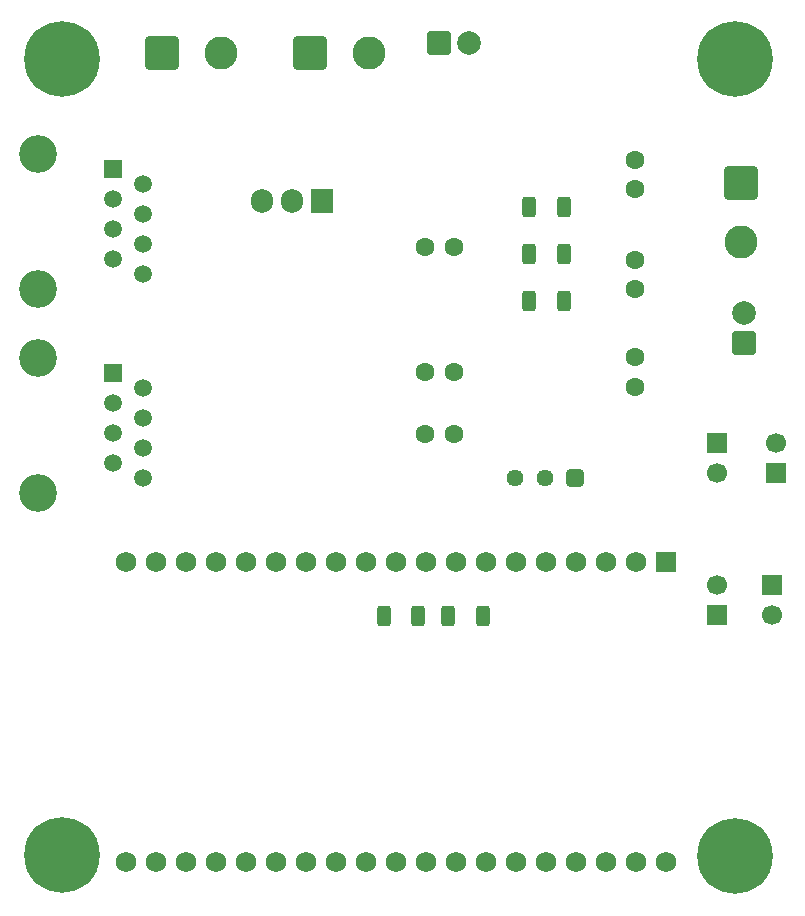
<source format=gbr>
%TF.GenerationSoftware,KiCad,Pcbnew,9.0.4*%
%TF.CreationDate,2025-10-29T20:45:07+01:00*%
%TF.ProjectId,Modu__Zaworu,4d6f6475-425f-45a6-9177-6f72752e6b69,rev?*%
%TF.SameCoordinates,Original*%
%TF.FileFunction,Soldermask,Bot*%
%TF.FilePolarity,Negative*%
%FSLAX46Y46*%
G04 Gerber Fmt 4.6, Leading zero omitted, Abs format (unit mm)*
G04 Created by KiCad (PCBNEW 9.0.4) date 2025-10-29 20:45:07*
%MOMM*%
%LPD*%
G01*
G04 APERTURE LIST*
G04 Aperture macros list*
%AMRoundRect*
0 Rectangle with rounded corners*
0 $1 Rounding radius*
0 $2 $3 $4 $5 $6 $7 $8 $9 X,Y pos of 4 corners*
0 Add a 4 corners polygon primitive as box body*
4,1,4,$2,$3,$4,$5,$6,$7,$8,$9,$2,$3,0*
0 Add four circle primitives for the rounded corners*
1,1,$1+$1,$2,$3*
1,1,$1+$1,$4,$5*
1,1,$1+$1,$6,$7*
1,1,$1+$1,$8,$9*
0 Add four rect primitives between the rounded corners*
20,1,$1+$1,$2,$3,$4,$5,0*
20,1,$1+$1,$4,$5,$6,$7,0*
20,1,$1+$1,$6,$7,$8,$9,0*
20,1,$1+$1,$8,$9,$2,$3,0*%
G04 Aperture macros list end*
%ADD10R,1.700000X1.700000*%
%ADD11C,1.700000*%
%ADD12RoundRect,0.250001X-1.149999X-1.149999X1.149999X-1.149999X1.149999X1.149999X-1.149999X1.149999X0*%
%ADD13C,2.800000*%
%ADD14R,1.905000X2.000000*%
%ADD15O,1.905000X2.000000*%
%ADD16C,0.800000*%
%ADD17C,6.400000*%
%ADD18C,1.600000*%
%ADD19RoundRect,0.102000X-0.765000X0.765000X-0.765000X-0.765000X0.765000X-0.765000X0.765000X0.765000X0*%
%ADD20C,1.734000*%
%ADD21RoundRect,0.250000X0.750000X-0.750000X0.750000X0.750000X-0.750000X0.750000X-0.750000X-0.750000X0*%
%ADD22C,2.000000*%
%ADD23C,3.200000*%
%ADD24R,1.500000X1.500000*%
%ADD25C,1.500000*%
%ADD26RoundRect,0.250000X-0.470000X0.470000X-0.470000X-0.470000X0.470000X-0.470000X0.470000X0.470000X0*%
%ADD27C,1.440000*%
%ADD28RoundRect,0.250000X-0.750000X-0.750000X0.750000X-0.750000X0.750000X0.750000X-0.750000X0.750000X0*%
%ADD29RoundRect,0.250001X-1.149999X1.149999X-1.149999X-1.149999X1.149999X-1.149999X1.149999X1.149999X0*%
%ADD30RoundRect,0.250000X-0.312500X-0.625000X0.312500X-0.625000X0.312500X0.625000X-0.312500X0.625000X0*%
%ADD31RoundRect,0.250000X0.312500X0.625000X-0.312500X0.625000X-0.312500X-0.625000X0.312500X-0.625000X0*%
G04 APERTURE END LIST*
D10*
%TO.C,J9*%
X233000000Y-94540000D03*
D11*
X233000000Y-92000000D03*
%TD*%
D12*
%TO.C,J1*%
X181000000Y-59000000D03*
D13*
X186000000Y-59000000D03*
%TD*%
D14*
%TO.C,U3*%
X194500000Y-71500000D03*
D15*
X191960000Y-71500000D03*
X189420000Y-71500000D03*
%TD*%
D10*
%TO.C,J8*%
X228000000Y-92000000D03*
D11*
X228000000Y-94540000D03*
%TD*%
D10*
%TO.C,J10*%
X228000000Y-106540000D03*
D11*
X228000000Y-104000000D03*
%TD*%
D16*
%TO.C,REF\u002A\u002A*%
X170100000Y-59500000D03*
X170802944Y-57802944D03*
X170802944Y-61197056D03*
X172500000Y-57100000D03*
D17*
X172500000Y-59500000D03*
D16*
X172500000Y-61900000D03*
X174197056Y-57802944D03*
X174197056Y-61197056D03*
X174900000Y-59500000D03*
%TD*%
D18*
%TO.C,C2*%
X221000000Y-70500000D03*
X221000000Y-68000000D03*
%TD*%
D19*
%TO.C,U6*%
X223700000Y-102072500D03*
D20*
X221160000Y-102072500D03*
X218620000Y-102072500D03*
X216080000Y-102072500D03*
X213540000Y-102072500D03*
X211000000Y-102072500D03*
X208460000Y-102072500D03*
X205920000Y-102072500D03*
X203380000Y-102072500D03*
X200840000Y-102072500D03*
X198300000Y-102072500D03*
X195760000Y-102072500D03*
X193220000Y-102072500D03*
X190680000Y-102072500D03*
X188140000Y-102072500D03*
X185600000Y-102072500D03*
X183060000Y-102072500D03*
X180520000Y-102072500D03*
X177980000Y-102072500D03*
X177980000Y-127472500D03*
X180520000Y-127472500D03*
X183060000Y-127472500D03*
X185600000Y-127472500D03*
X188140000Y-127472500D03*
X190680000Y-127472500D03*
X193220000Y-127472500D03*
X195760000Y-127472500D03*
X198300000Y-127472500D03*
X200840000Y-127472500D03*
X203380000Y-127472500D03*
X205920000Y-127472500D03*
X208460000Y-127472500D03*
X211000000Y-127472500D03*
X213540000Y-127472500D03*
X216080000Y-127472500D03*
X218620000Y-127472500D03*
X221160000Y-127472500D03*
X223700000Y-127472500D03*
%TD*%
D21*
%TO.C,J5*%
X230250000Y-83540000D03*
D22*
X230250000Y-81000000D03*
%TD*%
D18*
%TO.C,C3*%
X205730000Y-75422000D03*
X203230000Y-75422000D03*
%TD*%
D23*
%TO.C,J7*%
X170500000Y-84800000D03*
X170500000Y-96230000D03*
D24*
X176850000Y-86070000D03*
D25*
X179390000Y-87340000D03*
X176850000Y-88610000D03*
X179390000Y-89880000D03*
X176850000Y-91150000D03*
X179390000Y-92420000D03*
X176850000Y-93690000D03*
X179390000Y-94960000D03*
%TD*%
D16*
%TO.C,REF\u002A\u002A*%
X227100000Y-59500000D03*
X227802944Y-57802944D03*
X227802944Y-61197056D03*
X229500000Y-57100000D03*
D17*
X229500000Y-59500000D03*
D16*
X229500000Y-61900000D03*
X231197056Y-57802944D03*
X231197056Y-61197056D03*
X231900000Y-59500000D03*
%TD*%
D26*
%TO.C,RV1*%
X216000000Y-95000000D03*
D27*
X213460000Y-95000000D03*
X210920000Y-95000000D03*
%TD*%
D12*
%TO.C,J2*%
X193500000Y-59000000D03*
D13*
X198500000Y-59000000D03*
%TD*%
D18*
%TO.C,C6*%
X221000000Y-84750000D03*
X221000000Y-87250000D03*
%TD*%
D16*
%TO.C,REF\u002A\u002A*%
X170100000Y-126900000D03*
X170802944Y-125202944D03*
X170802944Y-128597056D03*
X172500000Y-124500000D03*
D17*
X172500000Y-126900000D03*
D16*
X172500000Y-129300000D03*
X174197056Y-125202944D03*
X174197056Y-128597056D03*
X174900000Y-126900000D03*
%TD*%
D28*
%TO.C,J3*%
X204460000Y-58100000D03*
D22*
X207000000Y-58100000D03*
%TD*%
D10*
%TO.C,J11*%
X232645000Y-104000000D03*
D11*
X232645000Y-106540000D03*
%TD*%
D29*
%TO.C,J4*%
X230000000Y-70000000D03*
D13*
X230000000Y-75000000D03*
%TD*%
D18*
%TO.C,C7*%
X203250000Y-91250000D03*
X205750000Y-91250000D03*
%TD*%
%TO.C,C5*%
X203230000Y-86000000D03*
X205730000Y-86000000D03*
%TD*%
D16*
%TO.C,REF\u002A\u002A*%
X227100000Y-127000000D03*
X227802944Y-125302944D03*
X227802944Y-128697056D03*
X229500000Y-124600000D03*
D17*
X229500000Y-127000000D03*
D16*
X229500000Y-129400000D03*
X231197056Y-125302944D03*
X231197056Y-128697056D03*
X231900000Y-127000000D03*
%TD*%
D18*
%TO.C,C4*%
X221000000Y-76500000D03*
X221000000Y-79000000D03*
%TD*%
D23*
%TO.C,J6*%
X170500000Y-67570000D03*
X170500000Y-79000000D03*
D24*
X176850000Y-68840000D03*
D25*
X179390000Y-70110000D03*
X176850000Y-71380000D03*
X179390000Y-72650000D03*
X176850000Y-73920000D03*
X179390000Y-75190000D03*
X176850000Y-76460000D03*
X179390000Y-77730000D03*
%TD*%
D30*
%TO.C,R9*%
X205237500Y-106618750D03*
X208162500Y-106618750D03*
%TD*%
D31*
%TO.C,R7*%
X215000000Y-80000000D03*
X212075000Y-80000000D03*
%TD*%
D30*
%TO.C,R8*%
X212075000Y-72000000D03*
X215000000Y-72000000D03*
%TD*%
%TO.C,R10*%
X199775000Y-106618750D03*
X202700000Y-106618750D03*
%TD*%
%TO.C,R6*%
X212062500Y-76000000D03*
X214987500Y-76000000D03*
%TD*%
M02*

</source>
